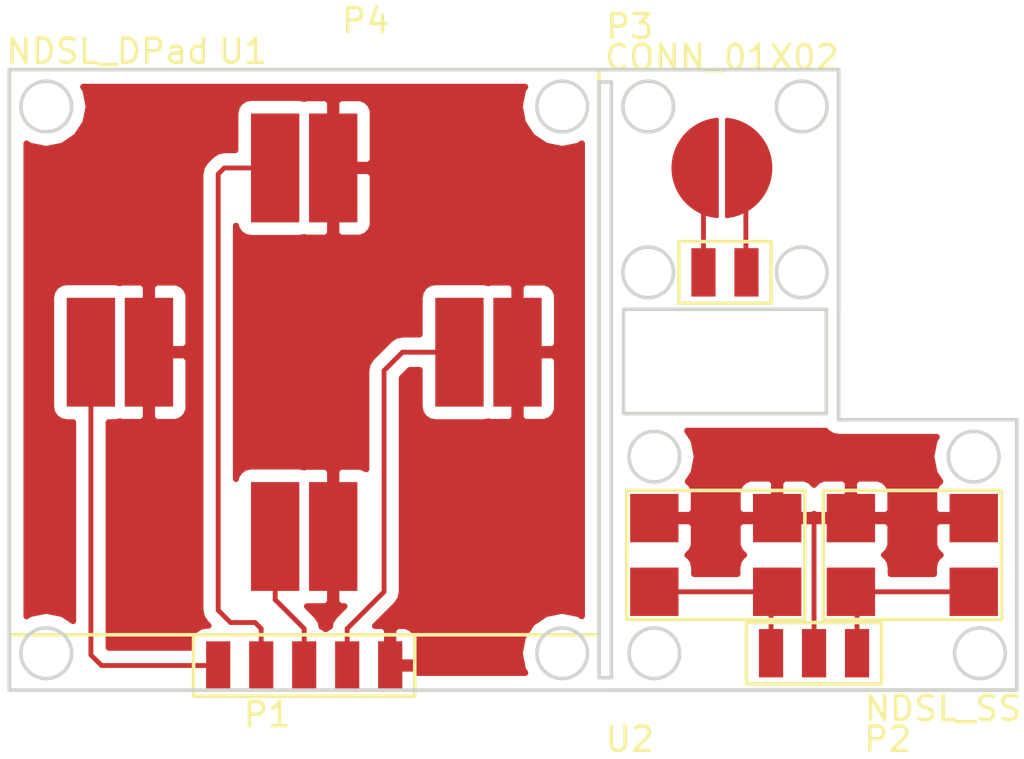
<source format=kicad_pcb>
(kicad_pcb (version 4) (host pcbnew 4.0.5+dfsg1-4)

  (general
    (links 18)
    (no_connects 0)
    (area 113.076667 103.419 155.584096 135.187)
    (thickness 1.6)
    (drawings 30)
    (tracks 47)
    (zones 0)
    (modules 6)
    (nets 11)
  )

  (page A4)
  (layers
    (0 F.Cu signal)
    (31 B.Cu signal)
    (32 B.Adhes user)
    (33 F.Adhes user)
    (34 B.Paste user)
    (35 F.Paste user)
    (36 B.SilkS user)
    (37 F.SilkS user)
    (38 B.Mask user)
    (39 F.Mask user)
    (40 Dwgs.User user)
    (41 Cmts.User user)
    (42 Eco1.User user)
    (43 Eco2.User user)
    (44 Edge.Cuts user)
    (45 Margin user)
    (46 B.CrtYd user)
    (47 F.CrtYd user)
    (48 B.Fab user)
    (49 F.Fab user)
  )

  (setup
    (last_trace_width 0.2)
    (trace_clearance 0.2)
    (zone_clearance 0.508)
    (zone_45_only no)
    (trace_min 0.2)
    (segment_width 0.2)
    (edge_width 0.15)
    (via_size 0.5)
    (via_drill 0.3)
    (via_min_size 0.5)
    (via_min_drill 0.3)
    (user_via 0.5 0.3)
    (uvia_size 0.5)
    (uvia_drill 0.3)
    (uvias_allowed no)
    (uvia_min_size 0.5)
    (uvia_min_drill 0.2)
    (pcb_text_width 0.3)
    (pcb_text_size 1.5 1.5)
    (mod_edge_width 0.15)
    (mod_text_size 1 1)
    (mod_text_width 0.15)
    (pad_size 1.524 1.524)
    (pad_drill 0.762)
    (pad_to_mask_clearance 0.2)
    (aux_axis_origin 0 0)
    (visible_elements FFFFFF7F)
    (pcbplotparams
      (layerselection 0x3ffff_80000001)
      (usegerberextensions false)
      (excludeedgelayer true)
      (linewidth 0.100000)
      (plotframeref false)
      (viasonmask false)
      (mode 1)
      (useauxorigin false)
      (hpglpennumber 1)
      (hpglpenspeed 20)
      (hpglpendiameter 15)
      (hpglpenoverlay 2)
      (psnegative false)
      (psa4output false)
      (plotreference true)
      (plotvalue true)
      (plotinvisibletext false)
      (padsonsilk false)
      (subtractmaskfromsilk false)
      (outputformat 1)
      (mirror false)
      (drillshape 0)
      (scaleselection 1)
      (outputdirectory gerber))
  )

  (net 0 "")
  (net 1 DL)
  (net 2 DW)
  (net 3 DU)
  (net 4 DR)
  (net 5 DC)
  (net 6 SC)
  (net 7 ST)
  (net 8 SS)
  (net 9 B1)
  (net 10 B2)

  (net_class Default "This is the default net class."
    (clearance 0.2)
    (trace_width 0.2)
    (via_dia 0.5)
    (via_drill 0.3)
    (uvia_dia 0.5)
    (uvia_drill 0.3)
    (add_net B1)
    (add_net B2)
    (add_net DC)
    (add_net DL)
    (add_net DR)
    (add_net DU)
    (add_net DW)
    (add_net SC)
    (add_net SS)
    (add_net ST)
  )

  (module steward:MyFT_SIM5 (layer F.Cu) (tedit 5B729128) (tstamp 5B72910A)
    (at 125.73 132.08)
    (path /5B7295AF)
    (attr smd)
    (fp_text reference P1 (at -1.524 1.016) (layer F.SilkS)
      (effects (font (size 1 1) (thickness 0.15)))
    )
    (fp_text value CONN_01X05 (at -7.62 1.016) (layer F.Fab)
      (effects (font (size 1 1) (thickness 0.15)))
    )
    (fp_line (start -4.572 0.254) (end 4.572 0.254) (layer F.SilkS) (width 0.15))
    (fp_line (start -4.572 -2.286) (end 4.572 -2.286) (layer F.SilkS) (width 0.15))
    (fp_line (start 4.572 -2.286) (end 4.572 0.254) (layer F.SilkS) (width 0.15))
    (fp_line (start -4.572 0.254) (end -4.572 -2.286) (layer F.SilkS) (width 0.15))
    (pad 3 smd rect (at 0 -1.016) (size 1 2) (layers F.Cu F.Paste F.Mask)
      (net 2 DW))
    (pad 2 smd rect (at -1.778 -1.016) (size 1 2) (layers F.Cu F.Paste F.Mask)
      (net 3 DU))
    (pad 1 smd rect (at -3.556 -1.016) (size 1 2) (layers F.Cu F.Paste F.Mask)
      (net 1 DL))
    (pad 4 smd rect (at 1.778 -1.016) (size 1 2) (layers F.Cu F.Paste F.Mask)
      (net 4 DR))
    (pad 5 smd rect (at 3.556 -1.016) (size 1 2) (layers F.Cu F.Paste F.Mask)
      (net 5 DC))
    (model SMD_Packages.3dshapes/Conn-3.wrl
      (at (xyz 0 0 0))
      (scale (xyz 0.4 0.4 0.4))
      (rotate (xyz 0 0 0))
    )
  )

  (module steward:MyFT_SIM3 (layer F.Cu) (tedit 5B72911B) (tstamp 5B729115)
    (at 146.812 131.572)
    (path /5B729609)
    (attr smd)
    (fp_text reference P2 (at 3.048 2.54) (layer F.SilkS)
      (effects (font (size 1 1) (thickness 0.15)))
    )
    (fp_text value CONN_01X03 (at -3.81 1.27) (layer F.Fab)
      (effects (font (size 1 1) (thickness 0.15)))
    )
    (fp_line (start -2.794 -2.286) (end 2.794 -2.286) (layer F.SilkS) (width 0.15))
    (fp_line (start 2.794 -2.286) (end 2.794 0.254) (layer F.SilkS) (width 0.15))
    (fp_line (start 2.794 0.254) (end -2.794 0.254) (layer F.SilkS) (width 0.15))
    (fp_line (start -2.794 0.254) (end -2.794 -2.286) (layer F.SilkS) (width 0.15))
    (pad 3 smd rect (at 1.778 -1.016) (size 1 2) (layers F.Cu F.Paste F.Mask)
      (net 8 SS))
    (pad 2 smd rect (at 0 -1.016) (size 1 2) (layers F.Cu F.Paste F.Mask)
      (net 6 SC))
    (pad 1 smd rect (at -1.778 -1.016) (size 1 2) (layers F.Cu F.Paste F.Mask)
      (net 7 ST))
    (model SMD_Packages.3dshapes/Conn-3.wrl
      (at (xyz 0 0 0))
      (scale (xyz 0.4 0.4 0.4))
      (rotate (xyz 0 0 0))
    )
  )

  (module steward:MyFT_SIM2 (layer F.Cu) (tedit 5B72A355) (tstamp 5B72911F)
    (at 143.002 115.824)
    (path /5B72967B)
    (attr smd)
    (fp_text reference P4 (at -14.732 -11.43) (layer F.SilkS)
      (effects (font (size 1 1) (thickness 0.15)))
    )
    (fp_text value CONN_01X02 (at -10.922 -10.16) (layer F.Fab)
      (effects (font (size 1 1) (thickness 0.15)))
    )
    (fp_line (start -1.778 -2.286) (end 2.032 -2.286) (layer F.SilkS) (width 0.15))
    (fp_line (start 2.032 -2.286) (end 2.032 0.254) (layer F.SilkS) (width 0.15))
    (fp_line (start 2.032 0.254) (end -1.778 0.254) (layer F.SilkS) (width 0.15))
    (fp_line (start -1.778 0.254) (end -1.778 -2.286) (layer F.SilkS) (width 0.15))
    (pad 2 smd rect (at 1.016 -1.016) (size 1 2) (layers F.Cu F.Paste F.Mask)
      (net 10 B2))
    (pad 1 smd rect (at -0.762 -1.016) (size 1 2) (layers F.Cu F.Paste F.Mask)
      (net 9 B1))
    (model SMD_Packages.3dshapes/Conn-3.wrl
      (at (xyz 0 0 0))
      (scale (xyz 0.4 0.4 0.4))
      (rotate (xyz 0 0 0))
    )
  )

  (module steward:MyFT_NDSL_DPad (layer F.Cu) (tedit 5B729125) (tstamp 5B72912F)
    (at 125.73 110.49)
    (descr "GamePad For X2")
    (tags "GamePad For X2")
    (path /5B729574)
    (fp_text reference U1 (at -2.54 -4.826) (layer F.SilkS)
      (effects (font (size 1 1) (thickness 0.15)))
    )
    (fp_text value NDSL_DPad (at -8.128 -4.826) (layer F.SilkS)
      (effects (font (size 1 1) (thickness 0.15)))
    )
    (fp_line (start -12.192 -4.064) (end 12.192 -4.064) (layer F.SilkS) (width 0.15))
    (fp_line (start 12.192 -4.064) (end 12.192 19.304) (layer F.SilkS) (width 0.15))
    (fp_line (start 12.192 19.304) (end -12.192 19.304) (layer F.SilkS) (width 0.15))
    (fp_line (start -12.192 -4.064) (end -12.192 19.304) (layer F.SilkS) (width 0.15))
    (pad 4 smd rect (at 6.42 7.62) (size 2 4.5) (layers F.Cu F.Paste F.Mask)
      (net 4 DR))
    (pad 5 smd rect (at 8.82 7.62) (size 2 4.5) (layers F.Cu F.Paste F.Mask)
      (net 5 DC))
    (pad 5 smd rect (at -6.42 7.62) (size 2 4.5) (layers F.Cu F.Paste F.Mask)
      (net 5 DC))
    (pad 3 smd rect (at -8.82 7.62) (size 2 4.5) (layers F.Cu F.Paste F.Mask)
      (net 1 DL))
    (pad 2 smd rect (at -1.2 15.24) (size 2 4.5) (layers F.Cu F.Paste F.Mask)
      (net 2 DW))
    (pad 5 smd rect (at 1.2 15.24) (size 2 4.5) (layers F.Cu F.Paste F.Mask)
      (net 5 DC))
    (pad 5 smd rect (at 1.2 0) (size 2 4.5) (layers F.Cu F.Paste F.Mask)
      (net 5 DC))
    (pad 1 smd rect (at -1.2 0) (size 2 4.5) (layers F.Cu F.Paste F.Mask)
      (net 3 DU))
  )

  (module steward:MyFT_Pad_Circle (layer F.Cu) (tedit 5B72910B) (tstamp 5B729A65)
    (at 143.002 110.49)
    (descr GamePad)
    (tags GamePad)
    (path /5B729640)
    (fp_text reference P3 (at -3.81 -5.842) (layer F.SilkS)
      (effects (font (size 1 1) (thickness 0.15)))
    )
    (fp_text value CONN_01X02 (at 0 -4.572) (layer F.SilkS)
      (effects (font (size 1 1) (thickness 0.15)))
    )
    (fp_arc (start 0 0) (end -0.2 2) (angle 168.5) (layer F.Cu) (width 0.15))
    (fp_line (start -0.2032 -1.9812) (end -0.2032 1.9812) (layer F.Cu) (width 0.15))
    (fp_line (start -0.2286 1.0414) (end -1.6256 1.0414) (layer F.Cu) (width 0.15))
    (fp_line (start -0.2286 1.1684) (end -1.5494 1.1684) (layer F.Cu) (width 0.15))
    (fp_line (start -0.2286 1.2954) (end -1.4732 1.2954) (layer F.Cu) (width 0.15))
    (fp_line (start -0.2286 1.4224) (end -1.3462 1.4224) (layer F.Cu) (width 0.15))
    (fp_line (start -0.2286 1.5494) (end -1.2192 1.5494) (layer F.Cu) (width 0.15))
    (fp_line (start -0.2286 1.6764) (end -1.016 1.6764) (layer F.Cu) (width 0.15))
    (fp_line (start -0.2286 1.8034) (end -0.7874 1.8034) (layer F.Cu) (width 0.15))
    (fp_line (start -0.2286 1.905) (end -0.4318 1.905) (layer F.Cu) (width 0.15))
    (fp_line (start -1.8288 0.7112) (end -1.8288 -0.7112) (layer F.Cu) (width 0.15))
    (fp_line (start -1.9304 0.381) (end -1.9304 -0.4318) (layer F.Cu) (width 0.15))
    (fp_line (start -0.2286 -1.0414) (end -1.6256 -1.0414) (layer F.Cu) (width 0.15))
    (fp_line (start -0.2286 -1.1684) (end -1.5748 -1.1684) (layer F.Cu) (width 0.15))
    (fp_line (start -0.2286 -1.2954) (end -1.4478 -1.2954) (layer F.Cu) (width 0.15))
    (fp_line (start -0.2286 -1.4224) (end -1.3462 -1.4224) (layer F.Cu) (width 0.15))
    (fp_line (start -0.2286 -1.524) (end -1.2192 -1.524) (layer F.Cu) (width 0.15))
    (fp_line (start -0.2286 -1.651) (end -1.0922 -1.651) (layer F.Cu) (width 0.15))
    (fp_line (start -0.2286 -1.778) (end -0.8636 -1.778) (layer F.Cu) (width 0.15))
    (fp_line (start -0.2286 -1.8796) (end -0.5334 -1.8796) (layer F.Cu) (width 0.15))
    (fp_line (start 0.2286 -1.8796) (end 0.5334 -1.8796) (layer F.Cu) (width 0.15))
    (fp_line (start 0.2286 -1.778) (end 0.8636 -1.778) (layer F.Cu) (width 0.15))
    (fp_line (start 0.2286 -1.651) (end 1.0922 -1.651) (layer F.Cu) (width 0.15))
    (fp_line (start 0.2286 -1.524) (end 1.2192 -1.524) (layer F.Cu) (width 0.15))
    (fp_line (start 0.2286 -1.4224) (end 1.3462 -1.4224) (layer F.Cu) (width 0.15))
    (fp_line (start 0.2286 -1.2954) (end 1.4478 -1.2954) (layer F.Cu) (width 0.15))
    (fp_line (start 0.2286 -1.1684) (end 1.5748 -1.1684) (layer F.Cu) (width 0.15))
    (fp_line (start 0.2286 -1.0414) (end 1.6256 -1.0414) (layer F.Cu) (width 0.15))
    (fp_line (start 1.9304 0.381) (end 1.9304 -0.4318) (layer F.Cu) (width 0.15))
    (fp_line (start 1.8288 0.7112) (end 1.8288 -0.7112) (layer F.Cu) (width 0.15))
    (fp_line (start 0.2286 1.905) (end 0.4318 1.905) (layer F.Cu) (width 0.15))
    (fp_line (start 0.2286 1.8034) (end 0.7874 1.8034) (layer F.Cu) (width 0.15))
    (fp_line (start 0.2286 1.6764) (end 1.016 1.6764) (layer F.Cu) (width 0.15))
    (fp_line (start 0.2286 1.5494) (end 1.2192 1.5494) (layer F.Cu) (width 0.15))
    (fp_line (start 0.2286 1.4224) (end 1.3462 1.4224) (layer F.Cu) (width 0.15))
    (fp_line (start 0.2286 1.2954) (end 1.4732 1.2954) (layer F.Cu) (width 0.15))
    (fp_line (start 0.2286 1.1684) (end 1.5494 1.1684) (layer F.Cu) (width 0.15))
    (fp_line (start 0.2286 1.0414) (end 1.6256 1.0414) (layer F.Cu) (width 0.15))
    (fp_line (start 0.2032 -1.9812) (end 0.2032 1.9812) (layer F.Cu) (width 0.15))
    (fp_arc (start 0 0) (end 0.2 2) (angle -168.5) (layer F.Cu) (width 0.15))
    (pad 1 smd rect (at -0.9906 0 180) (size 1.6 2) (layers F.Cu F.Paste F.Mask)
      (net 9 B1))
    (pad 2 smd rect (at 0.9906 0) (size 1.6 2) (layers F.Cu F.Paste F.Mask)
      (net 10 B2))
  )

  (module steward:MyFT_NDSL_SS (layer F.Cu) (tedit 5B729118) (tstamp 5B72A437)
    (at 146.812 126.492 180)
    (descr "NDSL SS")
    (tags "NDSL SS")
    (path /5B7295E0)
    (attr smd)
    (fp_text reference U2 (at 7.62 -7.62 180) (layer F.SilkS)
      (effects (font (size 1 1) (thickness 0.15)))
    )
    (fp_text value NDSL_SS (at -5.334 -6.35 180) (layer F.SilkS)
      (effects (font (size 1 1) (thickness 0.15)))
    )
    (fp_line (start 0.381 2.667) (end 0.381 -2.667) (layer F.SilkS) (width 0.15))
    (fp_line (start 7.747 2.667) (end 0.381 2.667) (layer F.SilkS) (width 0.15))
    (fp_line (start 7.747 -2.667) (end 7.747 2.667) (layer F.SilkS) (width 0.15))
    (fp_line (start 0.381 -2.667) (end 7.747 -2.667) (layer F.SilkS) (width 0.15))
    (fp_line (start -7.747 -2.667) (end -0.381 -2.667) (layer F.SilkS) (width 0.15))
    (fp_line (start -0.381 -2.667) (end -0.381 2.667) (layer F.SilkS) (width 0.15))
    (fp_line (start -0.381 2.667) (end -7.747 2.667) (layer F.SilkS) (width 0.15))
    (fp_line (start -7.747 2.667) (end -7.747 -2.667) (layer F.SilkS) (width 0.15))
    (pad 4 smd rect (at 6.604 1.524 180) (size 2 2) (layers F.Cu F.Paste F.Mask)
      (net 6 SC))
    (pad 3 smd rect (at 6.604 -1.524 180) (size 2 2) (layers F.Cu F.Paste F.Mask)
      (net 7 ST))
    (pad 3 smd rect (at 1.524 -1.524 180) (size 2 2) (layers F.Cu F.Paste F.Mask)
      (net 7 ST))
    (pad 4 smd rect (at 1.524 1.524 180) (size 2 2) (layers F.Cu F.Paste F.Mask)
      (net 6 SC))
    (pad 2 smd rect (at -6.604 1.524 180) (size 2 2) (layers F.Cu F.Paste F.Mask)
      (net 6 SC))
    (pad 1 smd rect (at -6.604 -1.524 180) (size 2 2) (layers F.Cu F.Paste F.Mask)
      (net 8 SS))
    (pad 1 smd rect (at -1.524 -1.524 180) (size 2 2) (layers F.Cu F.Paste F.Mask)
      (net 8 SS))
    (pad 2 smd rect (at -1.524 1.524 180) (size 2 2) (layers F.Cu F.Paste F.Mask)
      (net 6 SC))
    (model Buttons_Switches_SMD.3dshapes/SW_SPST_PTS645.wrl
      (at (xyz 0 0 0))
      (scale (xyz 1 1 1))
      (rotate (xyz 0 0 0))
    )
  )

  (gr_line (start 138.938 120.65) (end 147.32 120.65) (angle 90) (layer Edge.Cuts) (width 0.15))
  (gr_line (start 138.938 116.332) (end 147.32 116.332) (angle 90) (layer Edge.Cuts) (width 0.15))
  (gr_line (start 147.32 116.332) (end 147.32 120.65) (angle 90) (layer Edge.Cuts) (width 0.15))
  (gr_line (start 138.938 116.332) (end 138.938 120.65) (angle 90) (layer Edge.Cuts) (width 0.15))
  (gr_line (start 138.43 106.934) (end 138.43 131.572) (angle 90) (layer Edge.Cuts) (width 0.15))
  (gr_line (start 137.922 131.572) (end 137.922 106.934) (angle 90) (layer Edge.Cuts) (width 0.15))
  (gr_line (start 138.43 131.572) (end 137.922 131.572) (angle 90) (layer Edge.Cuts) (width 0.15))
  (gr_line (start 137.922 106.934) (end 138.43 106.934) (angle 90) (layer Edge.Cuts) (width 0.15))
  (gr_line (start 113.538 132.08) (end 113.538 106.426) (angle 90) (layer Edge.Cuts) (width 0.15))
  (gr_line (start 155.194 132.08) (end 113.538 132.08) (angle 90) (layer Edge.Cuts) (width 0.15))
  (gr_line (start 155.194 120.904) (end 155.194 132.08) (angle 90) (layer Edge.Cuts) (width 0.15))
  (gr_line (start 147.828 120.904) (end 155.194 120.904) (angle 90) (layer Edge.Cuts) (width 0.15))
  (gr_line (start 147.828 106.426) (end 147.828 120.904) (angle 90) (layer Edge.Cuts) (width 0.15))
  (gr_line (start 113.538 106.426) (end 147.828 106.426) (angle 90) (layer Edge.Cuts) (width 0.15))
  (gr_line (start 147.828 106.426) (end 147.828 116.332) (angle 90) (layer Edge.Cuts) (width 0.15))
  (gr_circle (center 146.304 107.95) (end 147.32 108.204) (layer Edge.Cuts) (width 0.15) (tstamp 5B72A4D2))
  (gr_circle (center 146.304 114.808) (end 147.32 115.062) (layer Edge.Cuts) (width 0.15) (tstamp 5B72A4D0))
  (gr_line (start 155.194 120.904) (end 155.194 132.08) (angle 90) (layer Edge.Cuts) (width 0.15))
  (gr_line (start 155.194 132.08) (end 138.43 132.08) (angle 90) (layer Edge.Cuts) (width 0.15))
  (gr_circle (center 139.954 114.808) (end 140.97 115.062) (layer Edge.Cuts) (width 0.15) (tstamp 5B72A48F))
  (gr_circle (center 139.954 107.95) (end 140.97 108.204) (layer Edge.Cuts) (width 0.15) (tstamp 5B72A48E))
  (gr_circle (center 140.208 122.428) (end 141.224 122.682) (layer Edge.Cuts) (width 0.15) (tstamp 5B72A48C))
  (gr_circle (center 153.416 122.428) (end 154.432 122.682) (layer Edge.Cuts) (width 0.15) (tstamp 5B72A48B))
  (gr_circle (center 153.67 130.556) (end 154.686 130.81) (layer Edge.Cuts) (width 0.15) (tstamp 5B72A48A))
  (gr_circle (center 140.208 130.556) (end 141.224 130.81) (layer Edge.Cuts) (width 0.15) (tstamp 5B72A489))
  (gr_circle (center 136.398 130.556) (end 137.414 130.81) (layer Edge.Cuts) (width 0.15) (tstamp 5B72A488))
  (gr_circle (center 115.062 130.556) (end 116.078 130.81) (layer Edge.Cuts) (width 0.15) (tstamp 5B72A487))
  (gr_circle (center 136.398 107.95) (end 137.414 108.204) (layer Edge.Cuts) (width 0.15) (tstamp 5B72A486))
  (gr_circle (center 115.062 107.95) (end 116.078 108.204) (layer Edge.Cuts) (width 0.15))
  (gr_line (start 113.538 132.08) (end 113.538 106.426) (angle 90) (layer Edge.Cuts) (width 0.15))

  (segment (start 116.91 118.11) (end 116.91 130.626) (width 0.2) (layer F.Cu) (net 1))
  (segment (start 117.348 131.064) (end 122.174 131.064) (width 0.2) (layer F.Cu) (net 1) (tstamp 5B729AF6))
  (segment (start 116.91 130.626) (end 117.348 131.064) (width 0.2) (layer F.Cu) (net 1) (tstamp 5B729AF5))
  (segment (start 124.53 125.73) (end 124.53 128.34) (width 0.2) (layer F.Cu) (net 2))
  (segment (start 125.73 129.54) (end 125.73 131.064) (width 0.2) (layer F.Cu) (net 2) (tstamp 5B729B03))
  (segment (start 124.53 128.34) (end 125.73 129.54) (width 0.2) (layer F.Cu) (net 2) (tstamp 5B729B01))
  (segment (start 124.53 110.49) (end 122.428 110.49) (width 0.2) (layer F.Cu) (net 3))
  (segment (start 123.952 129.54) (end 123.952 131.064) (width 0.2) (layer F.Cu) (net 3) (tstamp 5B729AFE))
  (segment (start 123.698 129.286) (end 123.952 129.54) (width 0.2) (layer F.Cu) (net 3) (tstamp 5B729AFD))
  (segment (start 122.682 129.286) (end 123.698 129.286) (width 0.2) (layer F.Cu) (net 3) (tstamp 5B729AFC))
  (segment (start 122.174 128.778) (end 122.682 129.286) (width 0.2) (layer F.Cu) (net 3) (tstamp 5B729AFB))
  (segment (start 122.174 110.744) (end 122.174 128.778) (width 0.2) (layer F.Cu) (net 3) (tstamp 5B729AFA))
  (segment (start 122.428 110.49) (end 122.174 110.744) (width 0.2) (layer F.Cu) (net 3) (tstamp 5B729AF9))
  (segment (start 127.508 131.064) (end 127.508 129.54) (width 0.2) (layer F.Cu) (net 4))
  (segment (start 129.794 118.11) (end 132.15 118.11) (width 0.2) (layer F.Cu) (net 4) (tstamp 5B729B0C))
  (segment (start 129.032 118.872) (end 129.794 118.11) (width 0.2) (layer F.Cu) (net 4) (tstamp 5B729B0B))
  (segment (start 129.032 128.016) (end 129.032 118.872) (width 0.2) (layer F.Cu) (net 4) (tstamp 5B729B09))
  (segment (start 127.508 129.54) (end 129.032 128.016) (width 0.2) (layer F.Cu) (net 4) (tstamp 5B729B07))
  (segment (start 129.286 131.064) (end 129.286 129.54) (width 0.2) (layer F.Cu) (net 5))
  (segment (start 134.55 127.832) (end 134.55 118.11) (width 0.2) (layer F.Cu) (net 5) (tstamp 5B729B21))
  (segment (start 134.112 128.27) (end 134.55 127.832) (width 0.2) (layer F.Cu) (net 5) (tstamp 5B729B20))
  (segment (start 130.556 128.27) (end 134.112 128.27) (width 0.2) (layer F.Cu) (net 5) (tstamp 5B729B1E))
  (segment (start 129.286 129.54) (end 130.556 128.27) (width 0.2) (layer F.Cu) (net 5) (tstamp 5B729B1C))
  (segment (start 127 107.442) (end 127 110.42) (width 0.2) (layer F.Cu) (net 5))
  (segment (start 127 110.42) (end 126.93 110.49) (width 0.2) (layer F.Cu) (net 5) (tstamp 5B729B19))
  (segment (start 119.31 118.11) (end 119.31 108.02) (width 0.2) (layer F.Cu) (net 5))
  (segment (start 134.55 107.88) (end 134.55 118.11) (width 0.2) (layer F.Cu) (net 5) (tstamp 5B729B14))
  (segment (start 134.112 107.442) (end 134.55 107.88) (width 0.2) (layer F.Cu) (net 5) (tstamp 5B729B13))
  (segment (start 119.888 107.442) (end 127 107.442) (width 0.2) (layer F.Cu) (net 5) (tstamp 5B729B12))
  (segment (start 127 107.442) (end 134.112 107.442) (width 0.2) (layer F.Cu) (net 5) (tstamp 5B729B17))
  (segment (start 119.31 108.02) (end 119.888 107.442) (width 0.2) (layer F.Cu) (net 5) (tstamp 5B729B11))
  (segment (start 126.93 125.73) (end 126.93 110.49) (width 0.2) (layer F.Cu) (net 5))
  (segment (start 146.812 130.556) (end 146.812 124.968) (width 0.2) (layer F.Cu) (net 6))
  (segment (start 146.812 124.968) (end 140.208 124.968) (width 0.2) (layer F.Cu) (net 6) (tstamp 5B72A468))
  (segment (start 140.208 124.968) (end 145.288 124.968) (width 0.2) (layer F.Cu) (net 6) (tstamp 5B72A469))
  (segment (start 145.288 124.968) (end 148.336 124.968) (width 0.2) (layer F.Cu) (net 6) (tstamp 5B72A46A))
  (segment (start 148.336 124.968) (end 153.416 124.968) (width 0.2) (layer F.Cu) (net 6) (tstamp 5B72A46B))
  (segment (start 140.208 128.016) (end 145.288 128.016) (width 0.2) (layer F.Cu) (net 7))
  (segment (start 145.288 128.016) (end 145.034 128.27) (width 0.2) (layer F.Cu) (net 7) (tstamp 5B72A460))
  (segment (start 145.034 128.27) (end 145.034 130.556) (width 0.2) (layer F.Cu) (net 7) (tstamp 5B72A461))
  (segment (start 148.59 130.556) (end 148.59 128.27) (width 0.2) (layer F.Cu) (net 8))
  (segment (start 148.59 128.27) (end 148.844 128.016) (width 0.2) (layer F.Cu) (net 8) (tstamp 5B72A464))
  (segment (start 148.844 128.016) (end 153.416 128.016) (width 0.2) (layer F.Cu) (net 8) (tstamp 5B72A465))
  (segment (start 142.24 114.808) (end 142.24 110.7186) (width 0.2) (layer F.Cu) (net 9))
  (segment (start 142.24 110.7186) (end 142.0114 110.49) (width 0.2) (layer F.Cu) (net 9) (tstamp 5B72A46E))
  (segment (start 143.9926 110.49) (end 143.9926 114.7826) (width 0.2) (layer F.Cu) (net 10))
  (segment (start 143.9926 114.7826) (end 144.018 114.808) (width 0.2) (layer F.Cu) (net 10) (tstamp 5B72A471))

  (zone (net 6) (net_name SC) (layer F.Cu) (tstamp 5B72A008) (hatch edge 0.508)
    (connect_pads (clearance 0.508))
    (min_thickness 0.254)
    (fill yes (arc_segments 16) (thermal_gap 0.508) (thermal_bridge_width 0.508))
    (polygon
      (pts
        (xy 155.194 132.08) (xy 138.43 132.08) (xy 138.43 120.904) (xy 155.194 120.904)
      )
    )
    (filled_polygon
      (pts
        (xy 146.939 130.429) (xy 146.959 130.429) (xy 146.959 130.683) (xy 146.939 130.683) (xy 146.939 130.703)
        (xy 146.685 130.703) (xy 146.685 130.683) (xy 146.665 130.683) (xy 146.665 130.429) (xy 146.685 130.429)
        (xy 146.685 130.409) (xy 146.939 130.409)
      )
    )
    (filled_polygon
      (pts
        (xy 147.325954 121.406046) (xy 147.556295 121.559954) (xy 147.828 121.614) (xy 151.887057 121.614) (xy 151.792495 121.755522)
        (xy 151.658731 122.428) (xy 151.792495 123.100478) (xy 152.030018 123.455957) (xy 151.877673 123.608301) (xy 151.781 123.84169)
        (xy 151.781 124.68225) (xy 151.93975 124.841) (xy 153.289 124.841) (xy 153.289 124.821) (xy 153.543 124.821)
        (xy 153.543 124.841) (xy 153.563 124.841) (xy 153.563 125.095) (xy 153.543 125.095) (xy 153.543 125.115)
        (xy 153.289 125.115) (xy 153.289 125.095) (xy 151.93975 125.095) (xy 151.781 125.25375) (xy 151.781 126.09431)
        (xy 151.877673 126.327699) (xy 152.048117 126.498142) (xy 151.964559 126.55191) (xy 151.819569 126.76411) (xy 151.76856 127.016)
        (xy 151.76856 127.281) (xy 149.98344 127.281) (xy 149.98344 127.016) (xy 149.939162 126.780683) (xy 149.80009 126.564559)
        (xy 149.703478 126.498547) (xy 149.874327 126.327699) (xy 149.971 126.09431) (xy 149.971 125.25375) (xy 149.81225 125.095)
        (xy 148.463 125.095) (xy 148.463 125.115) (xy 148.209 125.115) (xy 148.209 125.095) (xy 146.85975 125.095)
        (xy 146.812 125.14275) (xy 146.76425 125.095) (xy 145.415 125.095) (xy 145.415 125.115) (xy 145.161 125.115)
        (xy 145.161 125.095) (xy 143.81175 125.095) (xy 143.653 125.25375) (xy 143.653 126.09431) (xy 143.749673 126.327699)
        (xy 143.920117 126.498142) (xy 143.836559 126.55191) (xy 143.691569 126.76411) (xy 143.64056 127.016) (xy 143.64056 127.281)
        (xy 141.85544 127.281) (xy 141.85544 127.016) (xy 141.811162 126.780683) (xy 141.67209 126.564559) (xy 141.575478 126.498547)
        (xy 141.746327 126.327699) (xy 141.843 126.09431) (xy 141.843 125.25375) (xy 141.68425 125.095) (xy 140.335 125.095)
        (xy 140.335 125.115) (xy 140.081 125.115) (xy 140.081 125.095) (xy 140.061 125.095) (xy 140.061 124.841)
        (xy 140.081 124.841) (xy 140.081 124.821) (xy 140.335 124.821) (xy 140.335 124.841) (xy 141.68425 124.841)
        (xy 141.843 124.68225) (xy 141.843 123.84169) (xy 143.653 123.84169) (xy 143.653 124.68225) (xy 143.81175 124.841)
        (xy 145.161 124.841) (xy 145.161 123.49175) (xy 145.415 123.49175) (xy 145.415 124.841) (xy 146.76425 124.841)
        (xy 146.812 124.79325) (xy 146.85975 124.841) (xy 148.209 124.841) (xy 148.209 123.49175) (xy 148.463 123.49175)
        (xy 148.463 124.841) (xy 149.81225 124.841) (xy 149.971 124.68225) (xy 149.971 123.84169) (xy 149.874327 123.608301)
        (xy 149.695698 123.429673) (xy 149.462309 123.333) (xy 148.62175 123.333) (xy 148.463 123.49175) (xy 148.209 123.49175)
        (xy 148.05025 123.333) (xy 147.209691 123.333) (xy 146.976302 123.429673) (xy 146.812 123.593974) (xy 146.647698 123.429673)
        (xy 146.414309 123.333) (xy 145.57375 123.333) (xy 145.415 123.49175) (xy 145.161 123.49175) (xy 145.00225 123.333)
        (xy 144.161691 123.333) (xy 143.928302 123.429673) (xy 143.749673 123.608301) (xy 143.653 123.84169) (xy 141.843 123.84169)
        (xy 141.746327 123.608301) (xy 141.593982 123.455957) (xy 141.831505 123.100478) (xy 141.965269 122.428) (xy 141.831505 121.755522)
        (xy 141.567226 121.36) (xy 147.295187 121.36)
      )
    )
  )
  (zone (net 5) (net_name DC) (layer F.Cu) (tstamp 5B729FD9) (hatch edge 0.508)
    (connect_pads (clearance 0.508))
    (min_thickness 0.254)
    (fill yes (arc_segments 16) (thermal_gap 0.508) (thermal_bridge_width 0.508))
    (polygon
      (pts
        (xy 137.922 132.08) (xy 113.538 132.08) (xy 113.538 106.426) (xy 137.922 106.426)
      )
    )
    (filled_polygon
      (pts
        (xy 134.774495 107.277522) (xy 134.640731 107.95) (xy 134.774495 108.622478) (xy 135.155423 109.192577) (xy 135.725522 109.573505)
        (xy 136.398 109.707269) (xy 137.070478 109.573505) (xy 137.212 109.478943) (xy 137.212 129.027057) (xy 137.070478 128.932495)
        (xy 136.398 128.798731) (xy 135.725522 128.932495) (xy 135.155423 129.313423) (xy 134.774495 129.883522) (xy 134.640731 130.556)
        (xy 134.774495 131.228478) (xy 134.869057 131.37) (xy 130.421 131.37) (xy 130.421 131.34975) (xy 130.26225 131.191)
        (xy 129.413 131.191) (xy 129.413 131.211) (xy 129.159 131.211) (xy 129.159 131.191) (xy 129.139 131.191)
        (xy 129.139 130.937) (xy 129.159 130.937) (xy 129.159 129.58775) (xy 129.413 129.58775) (xy 129.413 130.937)
        (xy 130.26225 130.937) (xy 130.421 130.77825) (xy 130.421 129.93769) (xy 130.324327 129.704301) (xy 130.145698 129.525673)
        (xy 129.912309 129.429) (xy 129.57175 129.429) (xy 129.413 129.58775) (xy 129.159 129.58775) (xy 129.00025 129.429)
        (xy 128.659691 129.429) (xy 128.657566 129.42988) (xy 129.551723 128.535724) (xy 129.711051 128.297273) (xy 129.727353 128.215317)
        (xy 129.767 128.016) (xy 129.767 119.176446) (xy 130.098447 118.845) (xy 130.50256 118.845) (xy 130.50256 120.36)
        (xy 130.546838 120.595317) (xy 130.68591 120.811441) (xy 130.89811 120.956431) (xy 131.15 121.00744) (xy 133.15 121.00744)
        (xy 133.35885 120.968142) (xy 133.423691 120.995) (xy 134.26425 120.995) (xy 134.423 120.83625) (xy 134.423 118.237)
        (xy 134.677 118.237) (xy 134.677 120.83625) (xy 134.83575 120.995) (xy 135.676309 120.995) (xy 135.909698 120.898327)
        (xy 136.088327 120.719699) (xy 136.185 120.48631) (xy 136.185 118.39575) (xy 136.02625 118.237) (xy 134.677 118.237)
        (xy 134.423 118.237) (xy 134.403 118.237) (xy 134.403 117.983) (xy 134.423 117.983) (xy 134.423 115.38375)
        (xy 134.677 115.38375) (xy 134.677 117.983) (xy 136.02625 117.983) (xy 136.185 117.82425) (xy 136.185 115.73369)
        (xy 136.088327 115.500301) (xy 135.909698 115.321673) (xy 135.676309 115.225) (xy 134.83575 115.225) (xy 134.677 115.38375)
        (xy 134.423 115.38375) (xy 134.26425 115.225) (xy 133.423691 115.225) (xy 133.353993 115.25387) (xy 133.15 115.21256)
        (xy 131.15 115.21256) (xy 130.914683 115.256838) (xy 130.698559 115.39591) (xy 130.553569 115.60811) (xy 130.50256 115.86)
        (xy 130.50256 117.375) (xy 129.794 117.375) (xy 129.512728 117.430949) (xy 129.274277 117.590276) (xy 128.512277 118.352277)
        (xy 128.352949 118.590728) (xy 128.297 118.872) (xy 128.297 122.948975) (xy 128.289698 122.941673) (xy 128.056309 122.845)
        (xy 127.21575 122.845) (xy 127.057 123.00375) (xy 127.057 125.603) (xy 127.077 125.603) (xy 127.077 125.857)
        (xy 127.057 125.857) (xy 127.057 128.45625) (xy 127.21575 128.615) (xy 127.393554 128.615) (xy 126.988277 129.020277)
        (xy 126.828949 129.258728) (xy 126.789371 129.457698) (xy 126.772683 129.460838) (xy 126.617853 129.560468) (xy 126.48189 129.467569)
        (xy 126.449279 129.460965) (xy 126.409051 129.258728) (xy 126.275779 129.059272) (xy 126.249723 129.020276) (xy 125.844447 128.615)
        (xy 126.64425 128.615) (xy 126.803 128.45625) (xy 126.803 125.857) (xy 126.783 125.857) (xy 126.783 125.603)
        (xy 126.803 125.603) (xy 126.803 123.00375) (xy 126.64425 122.845) (xy 125.803691 122.845) (xy 125.733993 122.87387)
        (xy 125.53 122.83256) (xy 123.53 122.83256) (xy 123.294683 122.876838) (xy 123.078559 123.01591) (xy 122.933569 123.22811)
        (xy 122.909 123.349435) (xy 122.909 112.880516) (xy 122.926838 112.975317) (xy 123.06591 113.191441) (xy 123.27811 113.336431)
        (xy 123.53 113.38744) (xy 125.53 113.38744) (xy 125.73885 113.348142) (xy 125.803691 113.375) (xy 126.64425 113.375)
        (xy 126.803 113.21625) (xy 126.803 110.617) (xy 127.057 110.617) (xy 127.057 113.21625) (xy 127.21575 113.375)
        (xy 128.056309 113.375) (xy 128.289698 113.278327) (xy 128.468327 113.099699) (xy 128.565 112.86631) (xy 128.565 110.77575)
        (xy 128.40625 110.617) (xy 127.057 110.617) (xy 126.803 110.617) (xy 126.783 110.617) (xy 126.783 110.363)
        (xy 126.803 110.363) (xy 126.803 107.76375) (xy 127.057 107.76375) (xy 127.057 110.363) (xy 128.40625 110.363)
        (xy 128.565 110.20425) (xy 128.565 108.11369) (xy 128.468327 107.880301) (xy 128.289698 107.701673) (xy 128.056309 107.605)
        (xy 127.21575 107.605) (xy 127.057 107.76375) (xy 126.803 107.76375) (xy 126.64425 107.605) (xy 125.803691 107.605)
        (xy 125.733993 107.63387) (xy 125.53 107.59256) (xy 123.53 107.59256) (xy 123.294683 107.636838) (xy 123.078559 107.77591)
        (xy 122.933569 107.98811) (xy 122.88256 108.24) (xy 122.88256 109.755) (xy 122.428 109.755) (xy 122.146728 109.810949)
        (xy 121.908276 109.970277) (xy 121.654277 110.224277) (xy 121.494949 110.462728) (xy 121.439 110.744) (xy 121.439 128.778)
        (xy 121.487192 129.020276) (xy 121.494949 129.059272) (xy 121.654277 129.297723) (xy 121.773114 129.41656) (xy 121.674 129.41656)
        (xy 121.438683 129.460838) (xy 121.222559 129.59991) (xy 121.077569 129.81211) (xy 121.02656 130.064) (xy 121.02656 130.329)
        (xy 117.652447 130.329) (xy 117.645 130.321554) (xy 117.645 121.00744) (xy 117.91 121.00744) (xy 118.11885 120.968142)
        (xy 118.183691 120.995) (xy 119.02425 120.995) (xy 119.183 120.83625) (xy 119.183 118.237) (xy 119.437 118.237)
        (xy 119.437 120.83625) (xy 119.59575 120.995) (xy 120.436309 120.995) (xy 120.669698 120.898327) (xy 120.848327 120.719699)
        (xy 120.945 120.48631) (xy 120.945 118.39575) (xy 120.78625 118.237) (xy 119.437 118.237) (xy 119.183 118.237)
        (xy 119.163 118.237) (xy 119.163 117.983) (xy 119.183 117.983) (xy 119.183 115.38375) (xy 119.437 115.38375)
        (xy 119.437 117.983) (xy 120.78625 117.983) (xy 120.945 117.82425) (xy 120.945 115.73369) (xy 120.848327 115.500301)
        (xy 120.669698 115.321673) (xy 120.436309 115.225) (xy 119.59575 115.225) (xy 119.437 115.38375) (xy 119.183 115.38375)
        (xy 119.02425 115.225) (xy 118.183691 115.225) (xy 118.113993 115.25387) (xy 117.91 115.21256) (xy 115.91 115.21256)
        (xy 115.674683 115.256838) (xy 115.458559 115.39591) (xy 115.313569 115.60811) (xy 115.26256 115.86) (xy 115.26256 120.36)
        (xy 115.306838 120.595317) (xy 115.44591 120.811441) (xy 115.65811 120.956431) (xy 115.91 121.00744) (xy 116.175 121.00744)
        (xy 116.175 129.226842) (xy 115.734478 128.932495) (xy 115.062 128.798731) (xy 114.389522 128.932495) (xy 114.248 129.027057)
        (xy 114.248 109.478943) (xy 114.389522 109.573505) (xy 115.062 109.707269) (xy 115.734478 109.573505) (xy 116.304577 109.192577)
        (xy 116.685505 108.622478) (xy 116.819269 107.95) (xy 116.685505 107.277522) (xy 116.590943 107.136) (xy 134.869057 107.136)
      )
    )
  )
)

</source>
